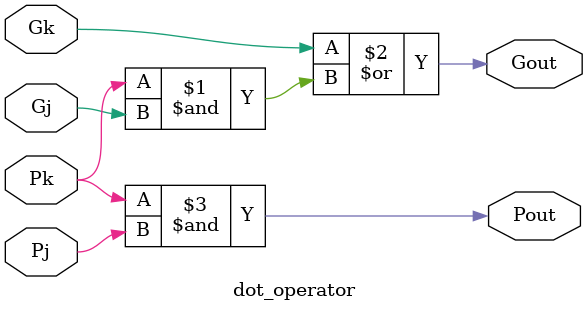
<source format=sv>
module dot_operator (
  input  logic Gk, Pk,
  input  logic Gj, Pj,
  output logic Gout, Pout
);
  assign Gout = Gk | (Pk & Gj);
  assign Pout = Pk & Pj;
endmodule


</source>
